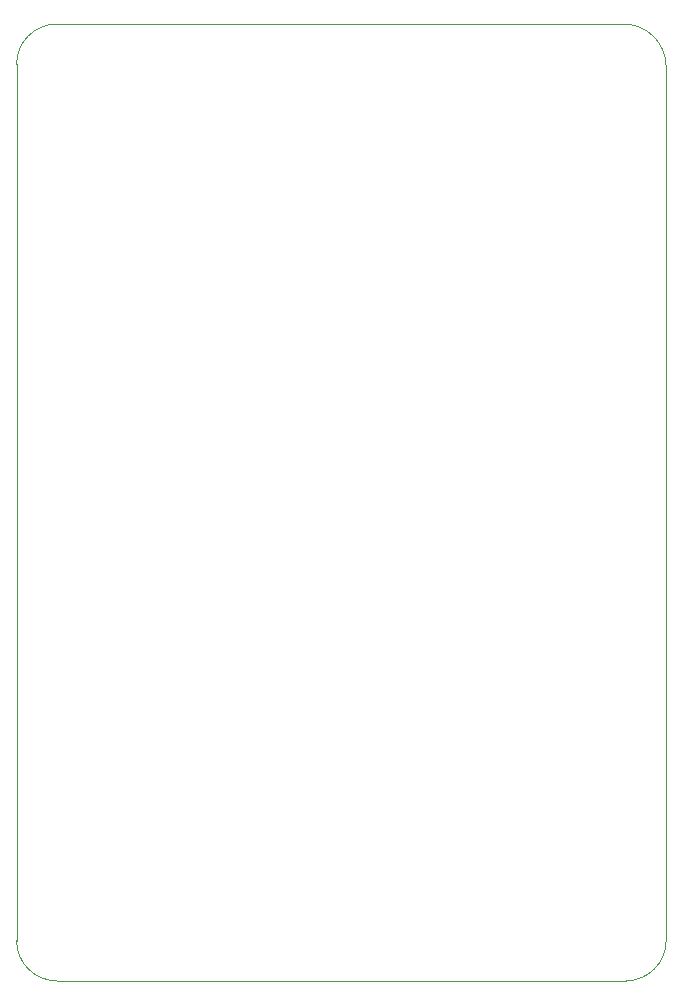
<source format=gbr>
%TF.GenerationSoftware,KiCad,Pcbnew,9.0.0*%
%TF.CreationDate,2025-03-07T07:16:51+07:00*%
%TF.ProjectId,Driver-DRV8317,44726976-6572-42d4-9452-56383331372e,rev?*%
%TF.SameCoordinates,Original*%
%TF.FileFunction,Profile,NP*%
%FSLAX46Y46*%
G04 Gerber Fmt 4.6, Leading zero omitted, Abs format (unit mm)*
G04 Created by KiCad (PCBNEW 9.0.0) date 2025-03-07 07:16:51*
%MOMM*%
%LPD*%
G01*
G04 APERTURE LIST*
%TA.AperFunction,Profile*%
%ADD10C,0.050000*%
%TD*%
G04 APERTURE END LIST*
D10*
X115710000Y-137750000D02*
G75*
G02*
X112310000Y-134350000I0J3400000D01*
G01*
X163710000Y-56750000D02*
X115710000Y-56750000D01*
X112310000Y-60150000D02*
X112310000Y-134350000D01*
X163710000Y-56750000D02*
G75*
G02*
X167310000Y-60350000I0J-3600000D01*
G01*
X167310000Y-134350000D02*
X167310000Y-60350000D01*
X167310000Y-134350000D02*
G75*
G02*
X163910000Y-137750000I-3400000J0D01*
G01*
X115710000Y-137750000D02*
X163910000Y-137750000D01*
X112310000Y-60150000D02*
G75*
G02*
X115710000Y-56750000I3400000J0D01*
G01*
M02*

</source>
